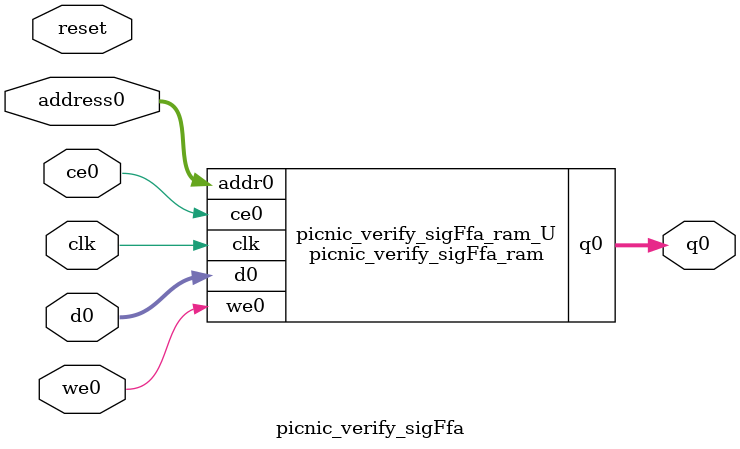
<source format=v>
`timescale 1 ns / 1 ps
module picnic_verify_sigFfa_ram (addr0, ce0, d0, we0, q0,  clk);

parameter DWIDTH = 8;
parameter AWIDTH = 15;
parameter MEM_SIZE = 16425;

input[AWIDTH-1:0] addr0;
input ce0;
input[DWIDTH-1:0] d0;
input we0;
output reg[DWIDTH-1:0] q0;
input clk;

(* ram_style = "block" *)reg [DWIDTH-1:0] ram[0:MEM_SIZE-1];




always @(posedge clk)  
begin 
    if (ce0) begin
        if (we0) 
            ram[addr0] <= d0; 
        q0 <= ram[addr0];
    end
end


endmodule

`timescale 1 ns / 1 ps
module picnic_verify_sigFfa(
    reset,
    clk,
    address0,
    ce0,
    we0,
    d0,
    q0);

parameter DataWidth = 32'd8;
parameter AddressRange = 32'd16425;
parameter AddressWidth = 32'd15;
input reset;
input clk;
input[AddressWidth - 1:0] address0;
input ce0;
input we0;
input[DataWidth - 1:0] d0;
output[DataWidth - 1:0] q0;



picnic_verify_sigFfa_ram picnic_verify_sigFfa_ram_U(
    .clk( clk ),
    .addr0( address0 ),
    .ce0( ce0 ),
    .we0( we0 ),
    .d0( d0 ),
    .q0( q0 ));

endmodule


</source>
